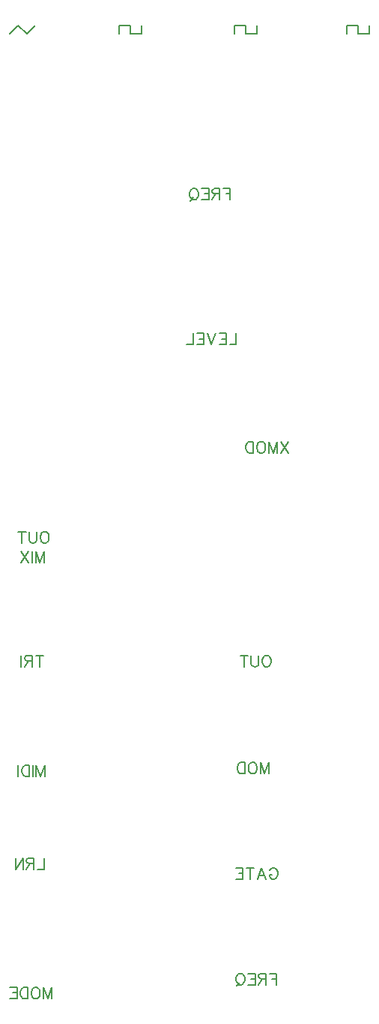
<source format=gbo>
G04 DipTrace 3.3.0.0*
G04 threshold_panel_01.GBO*
%MOIN*%
G04 #@! TF.FileFunction,Legend,Bot*
G04 #@! TF.Part,Single*
%ADD17C,0.006*%
%ADD34C,0.00772*%
%FSLAX26Y26*%
G04*
G70*
G90*
G75*
G01*
G04 BotSilk*
%LPD*%
X2087766Y5044016D2*
D17*
X2037766D1*
Y5081516D1*
X1987766D1*
Y5044016D1*
X2087766D2*
Y5081516D1*
X1587766Y5044016D2*
X1537766D1*
Y5081516D1*
X1487766D1*
Y5044016D1*
X1587766D2*
Y5081516D1*
X1075266Y5044016D2*
X1025266D1*
Y5081516D1*
X975266D1*
Y5044016D1*
X1075266D2*
Y5081516D1*
X600266D2*
X562766Y5044016D1*
X525266Y5081516D1*
X487766Y5044016D1*
X1494763Y3712167D2*
D34*
Y3661927D1*
X1466078D1*
X1419577Y3712167D2*
X1450639D1*
Y3661927D1*
X1419577D1*
X1450639Y3688235D2*
X1431515D1*
X1404138Y3712167D2*
X1385015Y3661927D1*
X1365891Y3712167D1*
X1319391D2*
X1350452D1*
Y3661927D1*
X1319391D1*
X1350452Y3688235D2*
X1331329D1*
X1303952Y3712167D2*
Y3661927D1*
X1275267D1*
X1436941Y4355917D2*
X1468058D1*
Y4305677D1*
Y4331986D2*
X1448934D1*
X1421502D2*
X1400002D1*
X1392817Y4334417D1*
X1390385Y4336794D1*
X1388008Y4341547D1*
Y4346356D1*
X1390385Y4351109D1*
X1392817Y4353541D1*
X1400002Y4355917D1*
X1421502D1*
Y4305677D1*
X1404755Y4331986D2*
X1388008Y4305677D1*
X1341508Y4355917D2*
X1372569D1*
Y4305677D1*
X1341508D1*
X1372569Y4331986D2*
X1353446D1*
X1311698Y4355917D2*
X1316452Y4353596D1*
X1321260Y4348788D1*
X1323637Y4343979D1*
X1326068Y4336794D1*
Y4324856D1*
X1323637Y4317671D1*
X1321260Y4312918D1*
X1316452Y4308109D1*
X1311698Y4305733D1*
X1302137D1*
X1297328Y4308109D1*
X1292575Y4312918D1*
X1290198Y4317671D1*
X1287767Y4324856D1*
Y4336794D1*
X1290198Y4343979D1*
X1292575Y4348788D1*
X1297328Y4353596D1*
X1302137Y4355917D1*
X1311698D1*
X1304513Y4315294D2*
X1290198Y4300924D1*
X1727564Y3230917D2*
X1694071Y3180677D1*
Y3230917D2*
X1727564Y3180677D1*
X1640385D2*
Y3230917D1*
X1659508Y3180677D1*
X1678632Y3230917D1*
Y3180677D1*
X1610576Y3230917D2*
X1615384Y3228540D1*
X1620137Y3223732D1*
X1622569Y3218978D1*
X1624946Y3211793D1*
Y3199800D1*
X1622569Y3192670D1*
X1620137Y3187862D1*
X1615384Y3183108D1*
X1610576Y3180677D1*
X1601014D1*
X1596261Y3183108D1*
X1591452Y3187862D1*
X1589076Y3192670D1*
X1586699Y3199800D1*
Y3211793D1*
X1589076Y3218978D1*
X1591452Y3223732D1*
X1596261Y3228540D1*
X1601014Y3230917D1*
X1610576D1*
X1571260D2*
Y3180677D1*
X1554513D1*
X1547328Y3183108D1*
X1542520Y3187862D1*
X1540143Y3192670D1*
X1537767Y3199800D1*
Y3211793D1*
X1540143Y3218978D1*
X1542520Y3223732D1*
X1547328Y3228540D1*
X1554513Y3230917D1*
X1571260D1*
X1634508Y2280917D2*
X1639317Y2278540D1*
X1644070Y2273732D1*
X1646502Y2268978D1*
X1648878Y2261793D1*
Y2249800D1*
X1646502Y2242670D1*
X1644070Y2237862D1*
X1639317Y2233108D1*
X1634508Y2230677D1*
X1624947D1*
X1620193Y2233108D1*
X1615385Y2237862D1*
X1613008Y2242670D1*
X1610632Y2249800D1*
Y2261793D1*
X1613008Y2268978D1*
X1615385Y2273732D1*
X1620193Y2278540D1*
X1624947Y2280917D1*
X1634508D1*
X1595193D2*
Y2245047D1*
X1592816Y2237862D1*
X1588008Y2233108D1*
X1580822Y2230677D1*
X1576069D1*
X1568884Y2233108D1*
X1564076Y2237862D1*
X1561699Y2245047D1*
Y2280917D1*
X1529513D2*
Y2230677D1*
X1546260Y2280917D2*
X1512767D1*
X1602885Y1755677D2*
Y1805917D1*
X1622008Y1755677D1*
X1641132Y1805917D1*
Y1755677D1*
X1573076Y1805917D2*
X1577884Y1803540D1*
X1582637Y1798732D1*
X1585069Y1793978D1*
X1587446Y1786793D1*
Y1774800D1*
X1585069Y1767670D1*
X1582637Y1762862D1*
X1577884Y1758108D1*
X1573076Y1755677D1*
X1563514D1*
X1558761Y1758108D1*
X1553952Y1762862D1*
X1551576Y1767670D1*
X1549199Y1774800D1*
Y1786793D1*
X1551576Y1793978D1*
X1553952Y1798732D1*
X1558761Y1803540D1*
X1563514Y1805917D1*
X1573076D1*
X1533760D2*
Y1755677D1*
X1517013D1*
X1509828Y1758108D1*
X1505020Y1762862D1*
X1502643Y1767670D1*
X1500267Y1774800D1*
Y1786793D1*
X1502643Y1793978D1*
X1505020Y1798732D1*
X1509828Y1803540D1*
X1517013Y1805917D1*
X1533760D1*
X1643190Y868417D2*
X1674307D1*
Y818177D1*
Y844485D2*
X1655184D1*
X1627751D2*
X1606251D1*
X1599066Y846917D1*
X1596634Y849293D1*
X1594258Y854047D1*
Y858855D1*
X1596634Y863608D1*
X1599066Y866040D1*
X1606251Y868417D1*
X1627751D1*
Y818177D1*
X1611004Y844485D2*
X1594258Y818177D1*
X1547757Y868417D2*
X1578818D1*
Y818177D1*
X1547757D1*
X1578818Y844485D2*
X1559695D1*
X1517948Y868417D2*
X1522701Y866095D1*
X1527509Y861287D1*
X1529886Y856478D1*
X1532318Y849293D1*
Y837355D1*
X1529886Y830170D1*
X1527509Y825417D1*
X1522701Y820608D1*
X1517948Y818232D1*
X1508386D1*
X1503578Y820608D1*
X1498824Y825417D1*
X1496448Y830170D1*
X1494016Y837355D1*
Y849293D1*
X1496448Y856478D1*
X1498824Y861287D1*
X1503578Y866095D1*
X1508386Y868417D1*
X1517948D1*
X1510763Y827794D2*
X1496448Y813423D1*
X1643190Y1325228D2*
X1645567Y1329982D1*
X1650375Y1334790D1*
X1655129Y1337167D1*
X1664690D1*
X1669499Y1334790D1*
X1674252Y1329982D1*
X1676684Y1325228D1*
X1679060Y1318043D1*
Y1306050D1*
X1676684Y1298920D1*
X1674252Y1294112D1*
X1669499Y1289358D1*
X1664690Y1286927D1*
X1655129D1*
X1650375Y1289358D1*
X1645567Y1294112D1*
X1643190Y1298920D1*
Y1306050D1*
X1655129D1*
X1589449Y1286927D2*
X1608628Y1337167D1*
X1627751Y1286927D1*
X1620566Y1303673D2*
X1596634D1*
X1557263Y1337167D2*
Y1286927D1*
X1574010Y1337167D2*
X1540517D1*
X1494016D2*
X1525077D1*
Y1286927D1*
X1494016D1*
X1525077Y1313235D2*
X1505954D1*
X602138Y2693177D2*
Y2743417D1*
X621262Y2693177D1*
X640385Y2743417D1*
Y2693177D1*
X586699Y2743417D2*
Y2693177D1*
X571260Y2743417D2*
X537767Y2693177D1*
Y2743417D2*
X571260Y2693177D1*
X618885Y2280917D2*
Y2230677D1*
X635632Y2280917D2*
X602138D1*
X586699Y2256985D2*
X565199D1*
X558014Y2259417D1*
X555582Y2261793D1*
X553206Y2266547D1*
Y2271355D1*
X555582Y2276108D1*
X558014Y2278540D1*
X565199Y2280917D1*
X586699D1*
Y2230677D1*
X569953Y2256985D2*
X553206Y2230677D1*
X537767Y2280917D2*
Y2230677D1*
X605078Y1743177D2*
Y1793417D1*
X624201Y1743177D1*
X643324Y1793417D1*
Y1743177D1*
X589638Y1793417D2*
Y1743177D1*
X574199Y1793417D2*
Y1743177D1*
X557453D1*
X550268Y1745608D1*
X545459Y1750362D1*
X543082Y1755170D1*
X540706Y1762300D1*
Y1774293D1*
X543082Y1781478D1*
X545459Y1786232D1*
X550268Y1791040D1*
X557453Y1793417D1*
X574199D1*
X525267D2*
Y1743177D1*
X636886Y755677D2*
Y805917D1*
X656009Y755677D1*
X675132Y805917D1*
Y755677D1*
X607076Y805917D2*
X611885Y803540D1*
X616638Y798732D1*
X619070Y793978D1*
X621446Y786793D1*
Y774800D1*
X619070Y767670D1*
X616638Y762862D1*
X611885Y758108D1*
X607076Y755677D1*
X597515D1*
X592762Y758108D1*
X587953Y762862D1*
X585577Y767670D1*
X583200Y774800D1*
Y786793D1*
X585577Y793978D1*
X587953Y798732D1*
X592762Y803540D1*
X597515Y805917D1*
X607076D1*
X567761D2*
Y755677D1*
X551014D1*
X543829Y758108D1*
X539021Y762862D1*
X536644Y767670D1*
X534267Y774800D1*
Y786793D1*
X536644Y793978D1*
X539021Y798732D1*
X543829Y803540D1*
X551014Y805917D1*
X567761D1*
X487767D2*
X518828D1*
Y755677D1*
X487767D1*
X518828Y781985D2*
X499705D1*
X639317Y1380917D2*
Y1330677D1*
X610632D1*
X595193Y1356985D2*
X573693D1*
X566508Y1359417D1*
X564076Y1361793D1*
X561699Y1366547D1*
Y1371355D1*
X564076Y1376108D1*
X566508Y1378540D1*
X573693Y1380917D1*
X595193D1*
Y1330677D1*
X578446Y1356985D2*
X561699Y1330677D1*
X512767Y1380917D2*
Y1330677D1*
X546260Y1380917D1*
Y1330677D1*
X647008Y2830917D2*
X651817Y2828540D1*
X656570Y2823732D1*
X659002Y2818978D1*
X661378Y2811793D1*
Y2799800D1*
X659002Y2792670D1*
X656570Y2787862D1*
X651817Y2783108D1*
X647008Y2780677D1*
X637447D1*
X632693Y2783108D1*
X627885Y2787862D1*
X625508Y2792670D1*
X623132Y2799800D1*
Y2811793D1*
X625508Y2818978D1*
X627885Y2823732D1*
X632693Y2828540D1*
X637447Y2830917D1*
X647008D1*
X607693D2*
Y2795047D1*
X605316Y2787862D1*
X600508Y2783108D1*
X593322Y2780677D1*
X588569D1*
X581384Y2783108D1*
X576576Y2787862D1*
X574199Y2795047D1*
Y2830917D1*
X542013D2*
Y2780677D1*
X558760Y2830917D2*
X525267D1*
M02*

</source>
